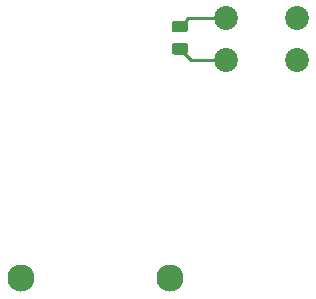
<source format=gbr>
%TF.GenerationSoftware,KiCad,Pcbnew,(5.1.5)-3*%
%TF.CreationDate,2020-10-03T13:17:45-05:00*%
%TF.ProjectId,BPS-ShuntResistorPCB,4250532d-5368-4756-9e74-526573697374,rev?*%
%TF.SameCoordinates,Original*%
%TF.FileFunction,Copper,L1,Top*%
%TF.FilePolarity,Positive*%
%FSLAX46Y46*%
G04 Gerber Fmt 4.6, Leading zero omitted, Abs format (unit mm)*
G04 Created by KiCad (PCBNEW (5.1.5)-3) date 2020-10-03 13:17:45*
%MOMM*%
%LPD*%
G04 APERTURE LIST*
%TA.AperFunction,ComponentPad*%
%ADD10C,2.028000*%
%TD*%
%TA.AperFunction,SMDPad,CuDef*%
%ADD11C,0.100000*%
%TD*%
%TA.AperFunction,ComponentPad*%
%ADD12C,2.300000*%
%TD*%
%TA.AperFunction,Conductor*%
%ADD13C,0.250000*%
%TD*%
G04 APERTURE END LIST*
D10*
%TO.P,J1,4*%
%TO.N,/GND*%
X173324000Y-74041000D03*
%TO.P,J1,1*%
%TO.N,/ETS*%
X173324000Y-77589000D03*
%TO.P,J1,3*%
%TO.N,/RSHH*%
X179324000Y-74041000D03*
%TO.P,J1,2*%
%TO.N,/RSHL*%
X179324000Y-77589000D03*
%TD*%
%TA.AperFunction,SMDPad,CuDef*%
D11*
%TO.P,Thermistor,1*%
%TO.N,/GND*%
G36*
X169923542Y-74242774D02*
G01*
X169947203Y-74246284D01*
X169970407Y-74252096D01*
X169992929Y-74260154D01*
X170014553Y-74270382D01*
X170035070Y-74282679D01*
X170054283Y-74296929D01*
X170072007Y-74312993D01*
X170088071Y-74330717D01*
X170102321Y-74349930D01*
X170114618Y-74370447D01*
X170124846Y-74392071D01*
X170132904Y-74414593D01*
X170138716Y-74437797D01*
X170142226Y-74461458D01*
X170143400Y-74485350D01*
X170143400Y-74972850D01*
X170142226Y-74996742D01*
X170138716Y-75020403D01*
X170132904Y-75043607D01*
X170124846Y-75066129D01*
X170114618Y-75087753D01*
X170102321Y-75108270D01*
X170088071Y-75127483D01*
X170072007Y-75145207D01*
X170054283Y-75161271D01*
X170035070Y-75175521D01*
X170014553Y-75187818D01*
X169992929Y-75198046D01*
X169970407Y-75206104D01*
X169947203Y-75211916D01*
X169923542Y-75215426D01*
X169899650Y-75216600D01*
X168987150Y-75216600D01*
X168963258Y-75215426D01*
X168939597Y-75211916D01*
X168916393Y-75206104D01*
X168893871Y-75198046D01*
X168872247Y-75187818D01*
X168851730Y-75175521D01*
X168832517Y-75161271D01*
X168814793Y-75145207D01*
X168798729Y-75127483D01*
X168784479Y-75108270D01*
X168772182Y-75087753D01*
X168761954Y-75066129D01*
X168753896Y-75043607D01*
X168748084Y-75020403D01*
X168744574Y-74996742D01*
X168743400Y-74972850D01*
X168743400Y-74485350D01*
X168744574Y-74461458D01*
X168748084Y-74437797D01*
X168753896Y-74414593D01*
X168761954Y-74392071D01*
X168772182Y-74370447D01*
X168784479Y-74349930D01*
X168798729Y-74330717D01*
X168814793Y-74312993D01*
X168832517Y-74296929D01*
X168851730Y-74282679D01*
X168872247Y-74270382D01*
X168893871Y-74260154D01*
X168916393Y-74252096D01*
X168939597Y-74246284D01*
X168963258Y-74242774D01*
X168987150Y-74241600D01*
X169899650Y-74241600D01*
X169923542Y-74242774D01*
G37*
%TD.AperFunction*%
%TA.AperFunction,SMDPad,CuDef*%
%TO.P,Thermistor,2*%
%TO.N,/ETS*%
G36*
X169923542Y-76117774D02*
G01*
X169947203Y-76121284D01*
X169970407Y-76127096D01*
X169992929Y-76135154D01*
X170014553Y-76145382D01*
X170035070Y-76157679D01*
X170054283Y-76171929D01*
X170072007Y-76187993D01*
X170088071Y-76205717D01*
X170102321Y-76224930D01*
X170114618Y-76245447D01*
X170124846Y-76267071D01*
X170132904Y-76289593D01*
X170138716Y-76312797D01*
X170142226Y-76336458D01*
X170143400Y-76360350D01*
X170143400Y-76847850D01*
X170142226Y-76871742D01*
X170138716Y-76895403D01*
X170132904Y-76918607D01*
X170124846Y-76941129D01*
X170114618Y-76962753D01*
X170102321Y-76983270D01*
X170088071Y-77002483D01*
X170072007Y-77020207D01*
X170054283Y-77036271D01*
X170035070Y-77050521D01*
X170014553Y-77062818D01*
X169992929Y-77073046D01*
X169970407Y-77081104D01*
X169947203Y-77086916D01*
X169923542Y-77090426D01*
X169899650Y-77091600D01*
X168987150Y-77091600D01*
X168963258Y-77090426D01*
X168939597Y-77086916D01*
X168916393Y-77081104D01*
X168893871Y-77073046D01*
X168872247Y-77062818D01*
X168851730Y-77050521D01*
X168832517Y-77036271D01*
X168814793Y-77020207D01*
X168798729Y-77002483D01*
X168784479Y-76983270D01*
X168772182Y-76962753D01*
X168761954Y-76941129D01*
X168753896Y-76918607D01*
X168748084Y-76895403D01*
X168744574Y-76871742D01*
X168743400Y-76847850D01*
X168743400Y-76360350D01*
X168744574Y-76336458D01*
X168748084Y-76312797D01*
X168753896Y-76289593D01*
X168761954Y-76267071D01*
X168772182Y-76245447D01*
X168784479Y-76224930D01*
X168798729Y-76205717D01*
X168814793Y-76187993D01*
X168832517Y-76171929D01*
X168851730Y-76157679D01*
X168872247Y-76145382D01*
X168893871Y-76135154D01*
X168916393Y-76127096D01*
X168939597Y-76121284D01*
X168963258Y-76117774D01*
X168987150Y-76116600D01*
X169899650Y-76116600D01*
X169923542Y-76117774D01*
G37*
%TD.AperFunction*%
%TD*%
D12*
%TO.P,R1,2*%
%TO.N,/RSHL*%
X168579800Y-96037400D03*
%TO.P,R1,1*%
%TO.N,/RSHH*%
X156006800Y-96037400D03*
%TD*%
D13*
%TO.N,/GND*%
X170131500Y-74041000D02*
X169443400Y-74729100D01*
X173324000Y-74041000D02*
X170131500Y-74041000D01*
%TO.N,/ETS*%
X170428300Y-77589000D02*
X169443400Y-76604100D01*
X173324000Y-77589000D02*
X170428300Y-77589000D01*
%TD*%
M02*

</source>
